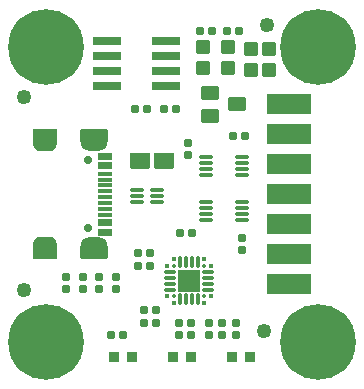
<source format=gbr>
%TF.GenerationSoftware,KiCad,Pcbnew,7.0.9-7.0.9~ubuntu22.04.1*%
%TF.CreationDate,2024-02-22T15:11:35+02:00*%
%TF.ProjectId,USB-SERIAL-L_Rev_B,5553422d-5345-4524-9941-4c2d4c5f5265,B*%
%TF.SameCoordinates,PX5f5e100PY7270e00*%
%TF.FileFunction,Soldermask,Top*%
%TF.FilePolarity,Negative*%
%FSLAX46Y46*%
G04 Gerber Fmt 4.6, Leading zero omitted, Abs format (unit mm)*
G04 Created by KiCad (PCBNEW 7.0.9-7.0.9~ubuntu22.04.1) date 2024-02-22 15:11:35*
%MOMM*%
%LPD*%
G01*
G04 APERTURE LIST*
G04 Aperture macros list*
%AMRoundRect*
0 Rectangle with rounded corners*
0 $1 Rounding radius*
0 $2 $3 $4 $5 $6 $7 $8 $9 X,Y pos of 4 corners*
0 Add a 4 corners polygon primitive as box body*
4,1,4,$2,$3,$4,$5,$6,$7,$8,$9,$2,$3,0*
0 Add four circle primitives for the rounded corners*
1,1,$1+$1,$2,$3*
1,1,$1+$1,$4,$5*
1,1,$1+$1,$6,$7*
1,1,$1+$1,$8,$9*
0 Add four rect primitives between the rounded corners*
20,1,$1+$1,$2,$3,$4,$5,0*
20,1,$1+$1,$4,$5,$6,$7,0*
20,1,$1+$1,$6,$7,$8,$9,0*
20,1,$1+$1,$8,$9,$2,$3,0*%
G04 Aperture macros list end*
%ADD10R,0.350000X0.381000*%
%ADD11R,0.381000X0.350000*%
%ADD12RoundRect,0.050800X-0.125000X-0.125000X0.125000X-0.125000X0.125000X0.125000X-0.125000X0.125000X0*%
%ADD13RoundRect,0.050800X-0.425000X-0.125000X0.425000X-0.125000X0.425000X0.125000X-0.425000X0.125000X0*%
%ADD14RoundRect,0.050800X0.125000X-0.425000X0.125000X0.425000X-0.125000X0.425000X-0.125000X-0.425000X0*%
%ADD15C,1.601600*%
%ADD16RoundRect,0.050800X-0.900000X-0.900000X0.900000X-0.900000X0.900000X0.900000X-0.900000X0.900000X0*%
%ADD17RoundRect,0.050800X-0.275000X0.250000X-0.275000X-0.250000X0.275000X-0.250000X0.275000X0.250000X0*%
%ADD18RoundRect,0.050800X0.275000X-0.250000X0.275000X0.250000X-0.275000X0.250000X-0.275000X-0.250000X0*%
%ADD19RoundRect,0.050800X1.100000X-0.300000X1.100000X0.300000X-1.100000X0.300000X-1.100000X-0.300000X0*%
%ADD20RoundRect,0.050800X0.500000X0.125000X-0.500000X0.125000X-0.500000X-0.125000X0.500000X-0.125000X0*%
%ADD21RoundRect,0.050800X-1.841500X0.825500X-1.841500X-0.825500X1.841500X-0.825500X1.841500X0.825500X0*%
%ADD22RoundRect,0.050800X0.250000X0.275000X-0.250000X0.275000X-0.250000X-0.275000X0.250000X-0.275000X0*%
%ADD23RoundRect,0.050800X-0.250000X-0.275000X0.250000X-0.275000X0.250000X0.275000X-0.250000X0.275000X0*%
%ADD24RoundRect,0.050800X-0.508000X0.508000X-0.508000X-0.508000X0.508000X-0.508000X0.508000X0.508000X0*%
%ADD25C,1.301600*%
%ADD26C,6.401600*%
%ADD27RoundRect,0.050800X0.500000X-0.125000X0.500000X0.125000X-0.500000X0.125000X-0.500000X-0.125000X0*%
%ADD28RoundRect,0.050800X0.400000X0.400000X-0.400000X0.400000X-0.400000X-0.400000X0.400000X-0.400000X0*%
%ADD29C,1.254000*%
%ADD30RoundRect,0.050800X-0.500000X0.125000X-0.500000X-0.125000X0.500000X-0.125000X0.500000X0.125000X0*%
%ADD31RoundRect,0.050800X0.508000X-0.508000X0.508000X0.508000X-0.508000X0.508000X-0.508000X-0.508000X0*%
%ADD32C,0.701600*%
%ADD33RoundRect,0.050800X-1.100000X0.550000X-1.100000X-0.550000X1.100000X-0.550000X1.100000X0.550000X0*%
%ADD34O,2.301600X1.301600*%
%ADD35RoundRect,0.050800X-1.000000X0.550000X-1.000000X-0.550000X1.000000X-0.550000X1.000000X0.550000X0*%
%ADD36O,2.101600X1.401600*%
%ADD37RoundRect,0.050800X-0.575000X0.150000X-0.575000X-0.150000X0.575000X-0.150000X0.575000X0.150000X0*%
%ADD38RoundRect,0.050800X-0.575000X0.125000X-0.575000X-0.125000X0.575000X-0.125000X0.575000X0.125000X0*%
%ADD39RoundRect,0.050800X0.700000X0.500000X-0.700000X0.500000X-0.700000X-0.500000X0.700000X-0.500000X0*%
%ADD40RoundRect,0.050800X-0.762000X-0.635000X0.762000X-0.635000X0.762000X0.635000X-0.762000X0.635000X0*%
G04 APERTURE END LIST*
D10*
X16824000Y10532000D03*
X14324000Y10532000D03*
D11*
X17434000Y9922000D03*
X13714000Y9922000D03*
X17434000Y7422000D03*
X13714000Y7422000D03*
D10*
X16824000Y6812000D03*
X14324000Y6812000D03*
D12*
X14324000Y9922000D03*
D13*
X13999000Y9422000D03*
X13999000Y8922000D03*
X13999000Y8422000D03*
X13999000Y7922000D03*
D12*
X14324000Y7422000D03*
D14*
X14824000Y7097000D03*
X15324000Y7097000D03*
X15824000Y7097000D03*
X16324000Y7097000D03*
D12*
X16824000Y7422000D03*
D13*
X17149000Y7922000D03*
X17149000Y8422000D03*
X17149000Y8922000D03*
X17149000Y9422000D03*
D12*
X16824000Y9922000D03*
D14*
X16324000Y10247000D03*
X15824000Y10247000D03*
X15324000Y10247000D03*
X14824000Y10247000D03*
D15*
X15574000Y8672000D03*
D16*
X15574000Y8672000D03*
D17*
X9347000Y7986000D03*
D18*
X9347000Y9002000D03*
D19*
X13625000Y25131000D03*
X13625000Y26401000D03*
X13625000Y27671000D03*
X13625000Y28941000D03*
X8625000Y28941000D03*
X8625000Y27671000D03*
X8625000Y26401000D03*
X8625000Y25131000D03*
D20*
X12824000Y15360000D03*
X12824000Y15860000D03*
X12824000Y16360000D03*
X11204000Y16360000D03*
X11204000Y15860000D03*
X11204000Y15360000D03*
D21*
X24000000Y8380000D03*
X24000000Y10920000D03*
X24000000Y13460000D03*
X24000000Y16000000D03*
X24000000Y18540000D03*
X24000000Y21080000D03*
X24000000Y23620000D03*
D22*
X19253000Y20940000D03*
D23*
X20269000Y20940000D03*
D24*
X18872000Y28433000D03*
X18872000Y26655000D03*
D25*
X1087000Y3500000D03*
X1849000Y5151000D03*
X1849000Y1722000D03*
X3500000Y5913000D03*
D26*
X3500000Y3500000D03*
D25*
X3500000Y1087000D03*
X5151000Y5151000D03*
X5151000Y1849000D03*
X5913000Y3500000D03*
D23*
X19761000Y29830000D03*
D22*
X18745000Y29830000D03*
D17*
X6553000Y7986000D03*
D18*
X6553000Y9002000D03*
D27*
X20015000Y13840000D03*
X20015000Y14340000D03*
X20015000Y14840000D03*
X20015000Y15340000D03*
X17015000Y15340000D03*
X17015000Y14840000D03*
X17015000Y14340000D03*
X17015000Y13840000D03*
D28*
X9238000Y2250000D03*
X10762000Y2250000D03*
D29*
X21920000Y4430000D03*
D30*
X20015000Y19150000D03*
X20015000Y18650000D03*
X20015000Y18150000D03*
X20015000Y17650000D03*
X17015000Y17650000D03*
X17015000Y18150000D03*
X17015000Y18650000D03*
X17015000Y19150000D03*
D25*
X24087000Y28500000D03*
X24849000Y30151000D03*
X24849000Y26722000D03*
X26500000Y30913000D03*
D26*
X26500000Y28500000D03*
D25*
X26500000Y26087000D03*
X28151000Y30151000D03*
X28151000Y26849000D03*
X28913000Y28500000D03*
D18*
X18364000Y5065000D03*
D17*
X18364000Y4049000D03*
D23*
X15824000Y12685000D03*
D22*
X14808000Y12685000D03*
D31*
X20777000Y26528000D03*
X20777000Y28306000D03*
D23*
X12268000Y9891000D03*
D22*
X11252000Y9891000D03*
X8966000Y4049000D03*
D23*
X9982000Y4049000D03*
D31*
X22301000Y26528000D03*
X22301000Y28306000D03*
D25*
X24087000Y3500000D03*
X24849000Y5151000D03*
X24849000Y1722000D03*
X26500000Y5913000D03*
D26*
X26500000Y3500000D03*
D25*
X26500000Y1087000D03*
X28151000Y5151000D03*
X28151000Y1849000D03*
X28913000Y3500000D03*
D18*
X20015000Y12304000D03*
D17*
X20015000Y11288000D03*
D24*
X16713000Y28433000D03*
X16713000Y26655000D03*
D17*
X15443000Y19289000D03*
D18*
X15443000Y20305000D03*
D23*
X15697000Y4049000D03*
D22*
X14681000Y4049000D03*
X10998000Y23226000D03*
D23*
X12014000Y23226000D03*
D25*
X1087000Y28500000D03*
X1849000Y30151000D03*
X1849000Y26722000D03*
X3500000Y30913000D03*
D26*
X3500000Y28500000D03*
D25*
X3500000Y26087000D03*
X5151000Y30151000D03*
X5151000Y26849000D03*
X5913000Y28500000D03*
D22*
X13411000Y23226000D03*
D23*
X14427000Y23226000D03*
D18*
X19507000Y5065000D03*
D17*
X19507000Y4049000D03*
D23*
X12776000Y5065000D03*
D22*
X11760000Y5065000D03*
D29*
X22174000Y30338000D03*
D32*
X7030000Y13110000D03*
X7030000Y18890000D03*
D33*
X7530000Y11072400D03*
D34*
X7530000Y11680000D03*
X7530000Y20320000D03*
D33*
X7530000Y20927600D03*
D35*
X3350000Y11072400D03*
D36*
X3350000Y11680000D03*
X3350000Y20320000D03*
D35*
X3350000Y20927600D03*
D37*
X8432000Y19325000D03*
X8432000Y18525000D03*
D38*
X8432000Y17250000D03*
X8432000Y16250000D03*
X8432000Y15750000D03*
X8432000Y14750000D03*
D37*
X8432000Y13475000D03*
X8432000Y12675000D03*
X8432000Y12925000D03*
X8432000Y13725000D03*
D38*
X8432000Y14250000D03*
X8432000Y15250000D03*
X8432000Y16750000D03*
X8432000Y17750000D03*
D37*
X8432000Y18275000D03*
X8432000Y19075000D03*
D29*
X1600000Y24242000D03*
D17*
X5156000Y7986000D03*
D18*
X5156000Y9002000D03*
D28*
X14238000Y2250000D03*
X15762000Y2250000D03*
D22*
X14681000Y5065000D03*
D23*
X15697000Y5065000D03*
D18*
X17221000Y5065000D03*
D17*
X17221000Y4049000D03*
D23*
X12776000Y6208000D03*
D22*
X11760000Y6208000D03*
D28*
X19238000Y2250000D03*
X20762000Y2250000D03*
D23*
X12268000Y11034000D03*
D22*
X11252000Y11034000D03*
D39*
X17383560Y24556960D03*
X17383560Y22654500D03*
X19593360Y23609540D03*
D17*
X7950000Y7986000D03*
D18*
X7950000Y9002000D03*
D40*
X11379000Y18781000D03*
X13411000Y18781000D03*
D23*
X17475000Y29830000D03*
D22*
X16459000Y29830000D03*
D29*
X1600000Y7859000D03*
M02*

</source>
